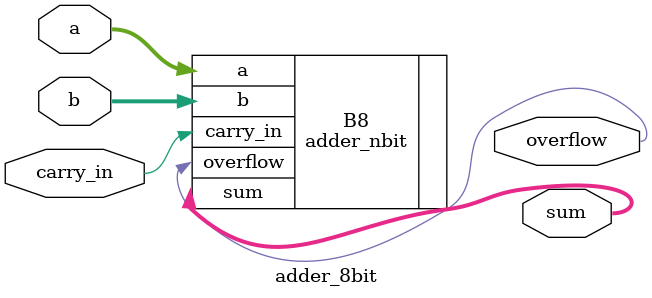
<source format=sv>

module adder_8bit
(
	input wire [7:0] a,
	input wire [7:0] b,
	input wire carry_in,
	output wire [7:0] sum,
	output wire overflow
);

	adder_nbit #(8) B8(.a(a), .b(b), .carry_in(carry_in), .sum(sum), .overflow(overflow));

endmodule

</source>
